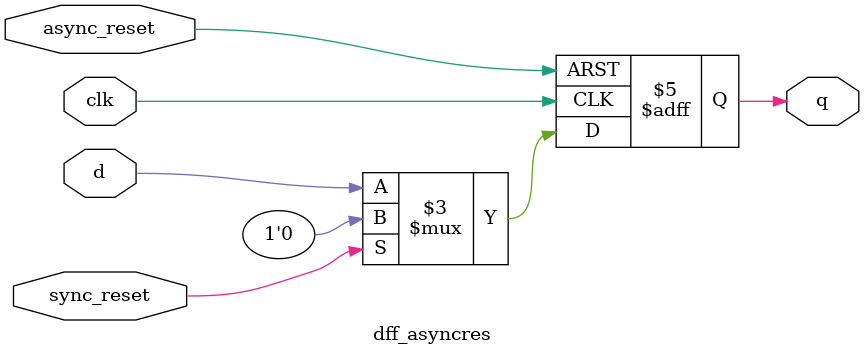
<source format=v>
module dff_asyncres( input clk , input async_reset , input sync_reset , input d , output reg q );
always @ (posedge clk , posedge async_reset)
begin
	if(async_reset)
		q <= 1'b0;
	else if (sync_reset)
		q <= 1'b0;
	else	
		q <= d;
end
endmodule

</source>
